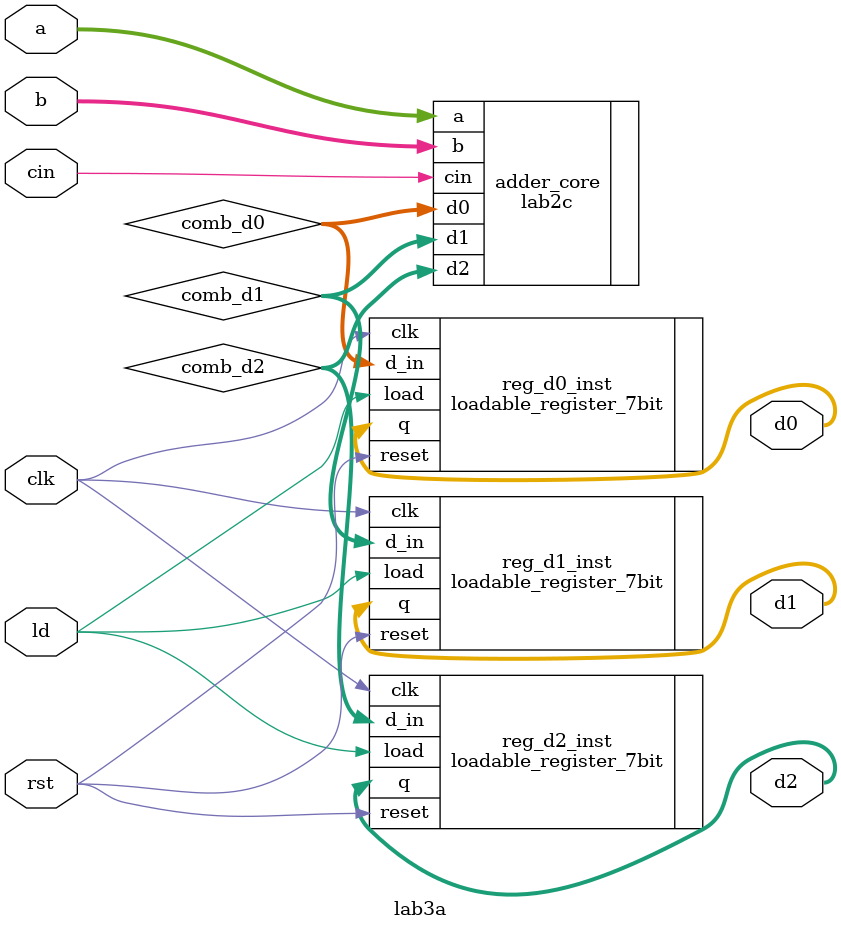
<source format=v>
module lab3a (
    // Inputs for the Sequential Logic
    input clk, 
    input rst, // Renamed 'reset' to 'rst' to match template
    input ld,  // Renamed 'load' to 'ld' to match template
    
    // Inputs for the Adder
    input cin,
    input [7:0] a, b,
    
    // Registered Outputs (7-bit wide)
    output [6:0] d2, d1, d0
);

// Wires to hold the combinational 8-bit result from the lab2c module
    wire [7:0] comb_d2, comb_d1, comb_d0;


// --- 1. Instantiate the Combinational Adder Core (lab2c) ---

// lab2c calculates the current 8-bit sum (comb_d*) based on inputs a, b, cin
// NOTE: Ensure your existing lab2c module outputs are [7:0] as previously used.
lab2c adder_core (
    .a(a), 
    .b(b),
    .cin(cin),
    // Outputs are 8-bit wires
    .d2(comb_d2), 
    .d1(comb_d1), 
    .d0(comb_d0)
);


// --- 2. Instantiate the 7-bit Loadable Registers ---

// Register for D0 (7-bit output)
loadable_register_7bit reg_d0_inst (
    .clk(clk),
    .reset(rst),
    .load(ld),
    .d_in(comb_d0), 
    .q(d0) // Directly connect to the output port
);

// Register for D1 (7-bit output)
loadable_register_7bit reg_d1_inst (
    .clk(clk),
    .reset(rst),
    .load(ld),
    .d_in(comb_d1), 
    .q(d1) // Directly connect to the output port
);

// Register for D2 (7-bit output)
loadable_register_7bit reg_d2_inst (
    .clk(clk),
    .reset(rst),
    .load(ld),
    .d_in(comb_d2), 
    .q(d2) // Directly connect to the output port
);

// No explicit 'assign' statements needed for d0, d1, d2 since they are driven 
// directly by the register outputs 'q' and are declared as 'output' in the header.


endmodule

</source>
